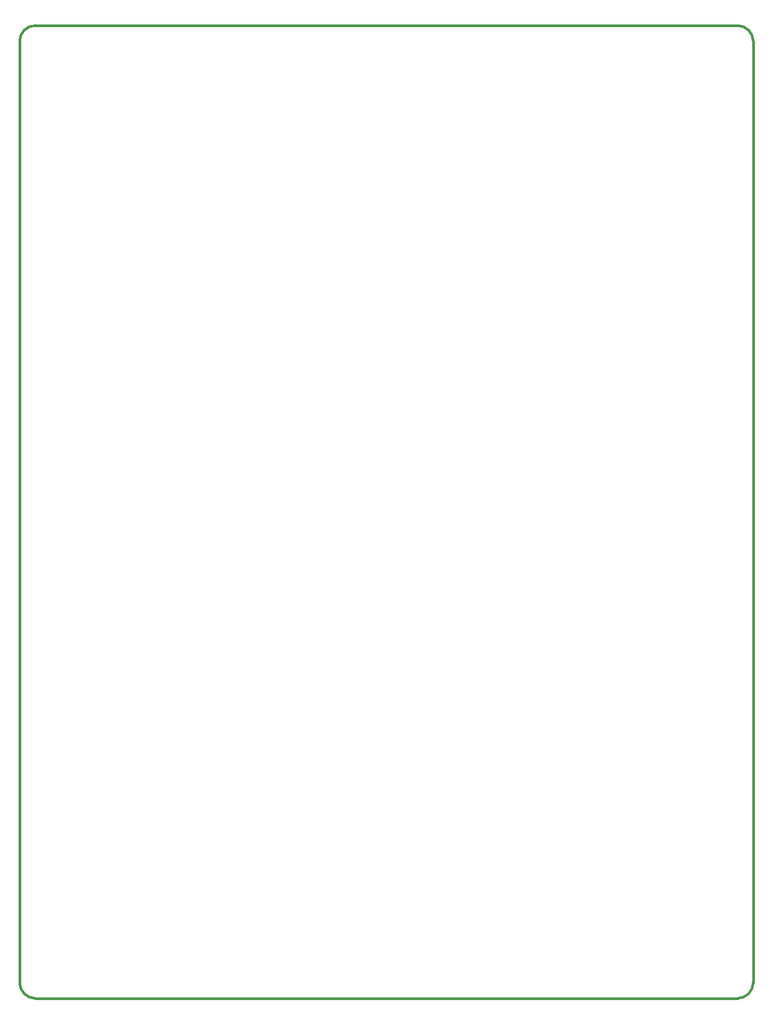
<source format=gm1>
G04 #@! TF.FileFunction,Profile,NP*
%FSLAX46Y46*%
G04 Gerber Fmt 4.6, Leading zero omitted, Abs format (unit mm)*
G04 Created by KiCad (PCBNEW 4.0.1-stable) date 12/12/2017 1:59:11 PM*
%MOMM*%
G01*
G04 APERTURE LIST*
%ADD10C,0.150000*%
%ADD11C,0.381000*%
G04 APERTURE END LIST*
D10*
D11*
X165100000Y-205740000D02*
X53340000Y-205740000D01*
X167640000Y-53340000D02*
X167640000Y-203200000D01*
X53340000Y-50800000D02*
X165100000Y-50800000D01*
X50800000Y-203200000D02*
X50800000Y-53340000D01*
X165100000Y-205740000D02*
G75*
G03X167640000Y-203200000I0J2540000D01*
G01*
X167640000Y-53340000D02*
G75*
G03X165100000Y-50800000I-2540000J0D01*
G01*
X53340000Y-50800000D02*
G75*
G03X50800000Y-53340000I0J-2540000D01*
G01*
X50800000Y-203200000D02*
G75*
G03X53340000Y-205740000I2540000J0D01*
G01*
M02*

</source>
